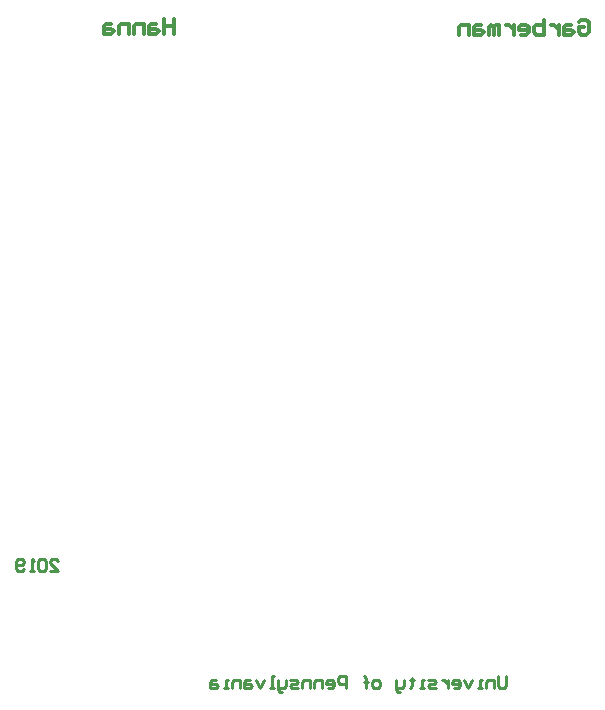
<source format=gbo>
G04*
G04 #@! TF.GenerationSoftware,Altium Limited,Altium Designer,19.0.10 (269)*
G04*
G04 Layer_Color=32896*
%FSLAX44Y44*%
%MOMM*%
G71*
G01*
G75*
%ADD10C,0.2540*%
%ADD141C,0.3048*%
D10*
X429006Y25905D02*
Y17441D01*
X427313Y15748D01*
X423928D01*
X422235Y17441D01*
Y25905D01*
X418849Y15748D02*
Y22519D01*
X413771D01*
X412078Y20826D01*
Y15748D01*
X408693D02*
X405307D01*
X407000D01*
Y22519D01*
X408693D01*
X400229D02*
X396843Y15748D01*
X393457Y22519D01*
X384994Y15748D02*
X388379D01*
X390072Y17441D01*
Y20826D01*
X388379Y22519D01*
X384994D01*
X383301Y20826D01*
Y19134D01*
X390072D01*
X379915Y22519D02*
Y15748D01*
Y19134D01*
X378222Y20826D01*
X376530Y22519D01*
X374837D01*
X369758Y15748D02*
X364680D01*
X362987Y17441D01*
X364680Y19134D01*
X368066D01*
X369758Y20826D01*
X368066Y22519D01*
X362987D01*
X359602Y15748D02*
X356216D01*
X357909D01*
Y22519D01*
X359602D01*
X349445Y24212D02*
Y22519D01*
X351138D01*
X347752D01*
X349445D01*
Y17441D01*
X347752Y15748D01*
X342674Y22519D02*
Y17441D01*
X340981Y15748D01*
X335903D01*
Y14055D01*
X337595Y12362D01*
X339288D01*
X335903Y15748D02*
Y22519D01*
X320668Y15748D02*
X317282D01*
X315589Y17441D01*
Y20826D01*
X317282Y22519D01*
X320668D01*
X322360Y20826D01*
Y17441D01*
X320668Y15748D01*
X310511D02*
Y24212D01*
Y20826D01*
X312204D01*
X308818D01*
X310511D01*
Y24212D01*
X308818Y25905D01*
X293583Y15748D02*
Y25905D01*
X288505D01*
X286812Y24212D01*
Y20826D01*
X288505Y19134D01*
X293583D01*
X278348Y15748D02*
X281733D01*
X283426Y17441D01*
Y20826D01*
X281733Y22519D01*
X278348D01*
X276655Y20826D01*
Y19134D01*
X283426D01*
X273270Y15748D02*
Y22519D01*
X268191D01*
X266498Y20826D01*
Y15748D01*
X263113D02*
Y22519D01*
X258034D01*
X256342Y20826D01*
Y15748D01*
X252956D02*
X247878D01*
X246185Y17441D01*
X247878Y19134D01*
X251263D01*
X252956Y20826D01*
X251263Y22519D01*
X246185D01*
X242799D02*
Y17441D01*
X241107Y15748D01*
X236028D01*
Y14055D01*
X237721Y12362D01*
X239414D01*
X236028Y15748D02*
Y22519D01*
X232643Y15748D02*
X229257D01*
X230950D01*
Y25905D01*
X232643D01*
X224179Y22519D02*
X220793Y15748D01*
X217408Y22519D01*
X212329D02*
X208944D01*
X207251Y20826D01*
Y15748D01*
X212329D01*
X214022Y17441D01*
X212329Y19134D01*
X207251D01*
X203865Y15748D02*
Y22519D01*
X198787D01*
X197094Y20826D01*
Y15748D01*
X193709D02*
X190323D01*
X192016D01*
Y22519D01*
X193709D01*
X183552D02*
X180166D01*
X178473Y20826D01*
Y15748D01*
X183552D01*
X185245Y17441D01*
X183552Y19134D01*
X178473D01*
X43013Y114808D02*
X49784D01*
X43013Y121579D01*
Y123272D01*
X44706Y124965D01*
X48091D01*
X49784Y123272D01*
X39627D02*
X37935Y124965D01*
X34549D01*
X32856Y123272D01*
Y116501D01*
X34549Y114808D01*
X37935D01*
X39627Y116501D01*
Y123272D01*
X29471Y114808D02*
X26085D01*
X27778D01*
Y124965D01*
X29471Y123272D01*
X21007Y116501D02*
X19314Y114808D01*
X15928D01*
X14236Y116501D01*
Y123272D01*
X15928Y124965D01*
X19314D01*
X21007Y123272D01*
Y121579D01*
X19314Y119886D01*
X14236D01*
D141*
X147828Y581910D02*
Y569214D01*
Y575562D01*
X139364D01*
Y581910D01*
Y569214D01*
X133016Y577678D02*
X128784D01*
X126668Y575562D01*
Y569214D01*
X133016D01*
X135132Y571330D01*
X133016Y573446D01*
X126668D01*
X122436Y569214D02*
Y577678D01*
X116088D01*
X113972Y575562D01*
Y569214D01*
X109740D02*
Y577678D01*
X103392D01*
X101276Y575562D01*
Y569214D01*
X94929Y577678D02*
X90696D01*
X88581Y575562D01*
Y569214D01*
X94929D01*
X97044Y571330D01*
X94929Y573446D01*
X88581D01*
X490900Y579032D02*
X493016Y581148D01*
X497248D01*
X499364Y579032D01*
Y570568D01*
X497248Y568452D01*
X493016D01*
X490900Y570568D01*
Y574800D01*
X495132D01*
X484552Y576916D02*
X480320D01*
X478204Y574800D01*
Y568452D01*
X484552D01*
X486668Y570568D01*
X484552Y572684D01*
X478204D01*
X473972Y576916D02*
Y568452D01*
Y572684D01*
X471856Y574800D01*
X469740Y576916D01*
X467624D01*
X461276Y581148D02*
Y568452D01*
X454928D01*
X452812Y570568D01*
Y572684D01*
Y574800D01*
X454928Y576916D01*
X461276D01*
X442233Y568452D02*
X446465D01*
X448581Y570568D01*
Y574800D01*
X446465Y576916D01*
X442233D01*
X440117Y574800D01*
Y572684D01*
X448581D01*
X435885Y576916D02*
Y568452D01*
Y572684D01*
X433769Y574800D01*
X431653Y576916D01*
X429537D01*
X423189Y568452D02*
Y576916D01*
X421073D01*
X418957Y574800D01*
Y568452D01*
Y574800D01*
X416841Y576916D01*
X414725Y574800D01*
Y568452D01*
X408377Y576916D02*
X404145D01*
X402029Y574800D01*
Y568452D01*
X408377D01*
X410493Y570568D01*
X408377Y572684D01*
X402029D01*
X397797Y568452D02*
Y576916D01*
X391449D01*
X389333Y574800D01*
Y568452D01*
M02*

</source>
